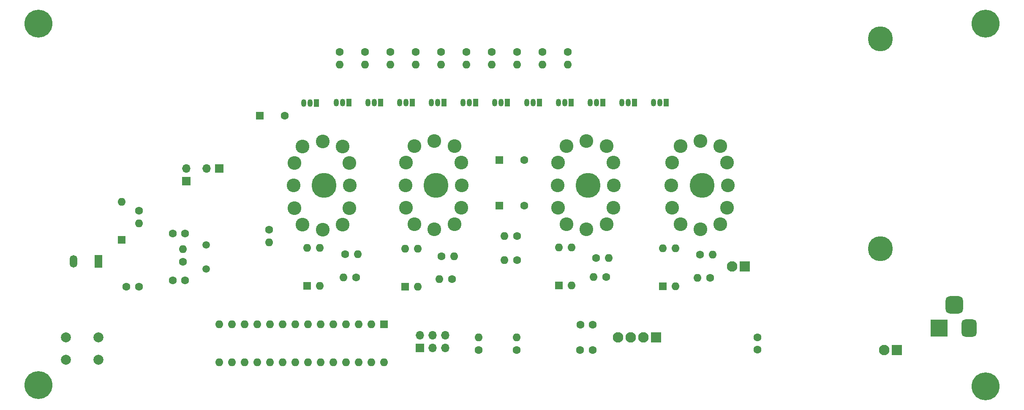
<source format=gbr>
%TF.GenerationSoftware,KiCad,Pcbnew,(6.0.10)*%
%TF.CreationDate,2023-02-17T13:49:40-08:00*%
%TF.ProjectId,nixie_clock,6e697869-655f-4636-9c6f-636b2e6b6963,1.5*%
%TF.SameCoordinates,Original*%
%TF.FileFunction,Soldermask,Bot*%
%TF.FilePolarity,Negative*%
%FSLAX46Y46*%
G04 Gerber Fmt 4.6, Leading zero omitted, Abs format (unit mm)*
G04 Created by KiCad (PCBNEW (6.0.10)) date 2023-02-17 13:49:40*
%MOMM*%
%LPD*%
G01*
G04 APERTURE LIST*
G04 Aperture macros list*
%AMRoundRect*
0 Rectangle with rounded corners*
0 $1 Rounding radius*
0 $2 $3 $4 $5 $6 $7 $8 $9 X,Y pos of 4 corners*
0 Add a 4 corners polygon primitive as box body*
4,1,4,$2,$3,$4,$5,$6,$7,$8,$9,$2,$3,0*
0 Add four circle primitives for the rounded corners*
1,1,$1+$1,$2,$3*
1,1,$1+$1,$4,$5*
1,1,$1+$1,$6,$7*
1,1,$1+$1,$8,$9*
0 Add four rect primitives between the rounded corners*
20,1,$1+$1,$2,$3,$4,$5,0*
20,1,$1+$1,$4,$5,$6,$7,0*
20,1,$1+$1,$6,$7,$8,$9,0*
20,1,$1+$1,$8,$9,$2,$3,0*%
G04 Aperture macros list end*
%ADD10C,2.000000*%
%ADD11R,1.050000X1.500000*%
%ADD12O,1.050000X1.500000*%
%ADD13C,5.000000*%
%ADD14C,2.743200*%
%ADD15R,1.700000X1.700000*%
%ADD16O,1.700000X1.700000*%
%ADD17C,1.500000*%
%ADD18C,1.600000*%
%ADD19O,1.600000X1.600000*%
%ADD20R,1.500000X2.500000*%
%ADD21O,1.500000X2.500000*%
%ADD22R,2.100000X2.100000*%
%ADD23C,2.100000*%
%ADD24R,1.600000X1.600000*%
%ADD25C,3.600000*%
%ADD26C,5.600000*%
%ADD27C,2.900000*%
%ADD28R,3.500000X3.500000*%
%ADD29RoundRect,0.750000X0.750000X1.000000X-0.750000X1.000000X-0.750000X-1.000000X0.750000X-1.000000X0*%
%ADD30RoundRect,0.875000X0.875000X0.875000X-0.875000X0.875000X-0.875000X-0.875000X0.875000X-0.875000X0*%
G04 APERTURE END LIST*
D10*
%TO.C,SW0*%
X68515564Y-126420000D03*
X62015564Y-126420000D03*
X68515564Y-121920000D03*
X62015564Y-121920000D03*
%TD*%
D11*
%TO.C,QC1*%
X150482671Y-74903210D03*
D12*
X149212671Y-74903210D03*
X147942671Y-74903210D03*
%TD*%
D13*
%TO.C,Min1*%
X166670414Y-91429763D03*
D14*
X171717914Y-95929763D03*
X162352914Y-99247263D03*
X160670414Y-95929763D03*
X160543414Y-91429763D03*
X160670414Y-86929763D03*
X162352914Y-83612263D03*
X166352914Y-82612263D03*
X170352914Y-83612263D03*
X171717914Y-86929763D03*
X171844914Y-91429763D03*
X170352914Y-99247263D03*
X166352914Y-100247263D03*
%TD*%
D15*
%TO.C,J5*%
X86166832Y-90624125D03*
D16*
X86166832Y-88084125D03*
%TD*%
D17*
%TO.C,Y0*%
X90147738Y-103380000D03*
X90147738Y-108260000D03*
%TD*%
D13*
%TO.C,Hour1*%
X113783296Y-91500956D03*
D14*
X118830796Y-96000956D03*
X109465796Y-99318456D03*
X107783296Y-96000956D03*
X107656296Y-91500956D03*
X107783296Y-87000956D03*
X109465796Y-83683456D03*
X113465796Y-82683456D03*
X117465796Y-83683456D03*
X118830796Y-87000956D03*
X118957796Y-91500956D03*
X117465796Y-99318456D03*
X113465796Y-100318456D03*
%TD*%
D18*
%TO.C,Rd0*%
X152438074Y-106470400D03*
D19*
X149898074Y-106470400D03*
%TD*%
D18*
%TO.C,R4*%
X137220414Y-64739763D03*
D19*
X137220414Y-67279763D03*
%TD*%
D18*
%TO.C,C3*%
X76640000Y-111760000D03*
X74140000Y-111760000D03*
%TD*%
D20*
%TO.C,C_Bat1*%
X68580000Y-106680000D03*
D21*
X63580000Y-106680000D03*
%TD*%
D22*
%TO.C,J3*%
X180340000Y-121920000D03*
D23*
X177800000Y-121920000D03*
X175260000Y-121920000D03*
X172720000Y-121920000D03*
%TD*%
D13*
%TO.C,Min0*%
X189490832Y-91429763D03*
D14*
X194538332Y-95929763D03*
X185173332Y-99247263D03*
X183490832Y-95929763D03*
X183363832Y-91429763D03*
X183490832Y-86929763D03*
X185173332Y-83612263D03*
X189173332Y-82612263D03*
X193173332Y-83612263D03*
X194538332Y-86929763D03*
X194665332Y-91429763D03*
X193173332Y-99247263D03*
X189173332Y-100247263D03*
%TD*%
D22*
%TO.C,J2*%
X198095634Y-107733126D03*
D23*
X195555634Y-107733126D03*
%TD*%
D24*
%TO.C,D1*%
X73236593Y-102414472D03*
D19*
X73236593Y-94794472D03*
%TD*%
D25*
%TO.C,REF\u002A\u002A*%
X56500000Y-131500000D03*
D26*
X56500000Y-131500000D03*
%TD*%
D18*
%TO.C,Rd1*%
X152458170Y-101642782D03*
D19*
X149918170Y-101642782D03*
%TD*%
D18*
%TO.C,R9*%
X162620414Y-64739763D03*
D19*
X162620414Y-67279763D03*
%TD*%
D11*
%TO.C,Q2*%
X131446238Y-74899763D03*
D12*
X130176238Y-74899763D03*
X128906238Y-74899763D03*
%TD*%
D18*
%TO.C,R0*%
X116900414Y-64739763D03*
D19*
X116900414Y-67279763D03*
%TD*%
D18*
%TO.C,C5*%
X165140000Y-119380000D03*
X167640000Y-119380000D03*
%TD*%
%TO.C,R2*%
X127060414Y-64739763D03*
D19*
X127060414Y-67279763D03*
%TD*%
D24*
%TO.C,UM1*%
X160803779Y-111516736D03*
D19*
X163343779Y-111516736D03*
X163343779Y-103896736D03*
X160803779Y-103896736D03*
%TD*%
D18*
%TO.C,CX1*%
X85934104Y-110534304D03*
X83434104Y-110534304D03*
%TD*%
D24*
%TO.C,NE1*%
X148890414Y-86349763D03*
D18*
X153890414Y-86349763D03*
%TD*%
D15*
%TO.C,J4*%
X92721963Y-88084125D03*
D16*
X90181963Y-88084125D03*
%TD*%
D15*
%TO.C,J6*%
X132955267Y-124084884D03*
D16*
X132955267Y-121544884D03*
X135495267Y-124084884D03*
X135495267Y-121544884D03*
X138035267Y-124084884D03*
X138035267Y-121544884D03*
%TD*%
D18*
%TO.C,Rd2*%
X120160247Y-109964681D03*
D19*
X117620247Y-109964681D03*
%TD*%
D11*
%TO.C,QPM1*%
X112199964Y-74954145D03*
D12*
X110929964Y-74954145D03*
X109659964Y-74954145D03*
%TD*%
D18*
%TO.C,RPM1*%
X102749270Y-100346610D03*
D19*
X102749270Y-102886610D03*
%TD*%
D11*
%TO.C,Q5*%
X156891882Y-74903167D03*
D12*
X155621882Y-74903167D03*
X154351882Y-74903167D03*
%TD*%
D24*
%TO.C,UM0*%
X181665414Y-111719763D03*
D19*
X184205414Y-111719763D03*
X184205414Y-104099763D03*
X181665414Y-104099763D03*
%TD*%
D24*
%TO.C,NE2*%
X148897390Y-95502263D03*
D18*
X153897390Y-95502263D03*
%TD*%
D11*
%TO.C,Q9*%
X182291882Y-74903167D03*
D12*
X181021882Y-74903167D03*
X179751882Y-74903167D03*
%TD*%
D18*
%TO.C,Rda1*%
X152400000Y-124460000D03*
D19*
X152400000Y-121920000D03*
%TD*%
D11*
%TO.C,Q4*%
X144146238Y-74899763D03*
D12*
X142876238Y-74899763D03*
X141606238Y-74899763D03*
%TD*%
D25*
%TO.C,REF\u002A\u002A*%
X56500000Y-59000000D03*
D26*
X56500000Y-59000000D03*
%TD*%
D27*
%TO.C,REF\u002A\u002A*%
X225235825Y-104140000D03*
D13*
X225235825Y-104140000D03*
%TD*%
D18*
%TO.C,R3*%
X132140414Y-64739763D03*
D19*
X132140414Y-67279763D03*
%TD*%
D18*
%TO.C,R6*%
X147380414Y-64739763D03*
D19*
X147380414Y-67279763D03*
%TD*%
D18*
%TO.C,R5*%
X142300414Y-64739763D03*
D19*
X142300414Y-67279763D03*
%TD*%
D24*
%TO.C,U1*%
X125780414Y-119359763D03*
D19*
X123240414Y-119359763D03*
X120700414Y-119359763D03*
X118160414Y-119359763D03*
X115620414Y-119359763D03*
X113080414Y-119359763D03*
X110540414Y-119359763D03*
X108000414Y-119359763D03*
X105460414Y-119359763D03*
X102920414Y-119359763D03*
X100380414Y-119359763D03*
X97840414Y-119359763D03*
X95300414Y-119359763D03*
X92760414Y-119359763D03*
X92760414Y-126979763D03*
X95300414Y-126979763D03*
X97840414Y-126979763D03*
X100380414Y-126979763D03*
X102920414Y-126979763D03*
X105460414Y-126979763D03*
X108000414Y-126979763D03*
X110540414Y-126979763D03*
X113080414Y-126979763D03*
X115620414Y-126979763D03*
X118160414Y-126979763D03*
X120700414Y-126979763D03*
X123240414Y-126979763D03*
X125780414Y-126979763D03*
%TD*%
D18*
%TO.C,Rch1*%
X76640000Y-96520000D03*
D19*
X76640000Y-99060000D03*
%TD*%
D18*
%TO.C,Rc1*%
X139404516Y-110249303D03*
D19*
X136864516Y-110249303D03*
%TD*%
D13*
%TO.C,Hour0*%
X136190414Y-91429763D03*
D14*
X141237914Y-95929763D03*
X131872914Y-99247263D03*
X130190414Y-95929763D03*
X130063414Y-91429763D03*
X130190414Y-86929763D03*
X131872914Y-83612263D03*
X135872914Y-82612263D03*
X139872914Y-83612263D03*
X141237914Y-86929763D03*
X141364914Y-91429763D03*
X139872914Y-99247263D03*
X135872914Y-100247263D03*
%TD*%
D18*
%TO.C,R7*%
X152460414Y-64739763D03*
D19*
X152460414Y-67279763D03*
%TD*%
D18*
%TO.C,R8*%
X157540414Y-64739763D03*
D19*
X157540414Y-67279763D03*
%TD*%
D25*
%TO.C,REF\u002A\u002A*%
X246380000Y-131750000D03*
D26*
X246380000Y-131750000D03*
%TD*%
D11*
%TO.C,Q3*%
X137796238Y-74899763D03*
D12*
X136526238Y-74899763D03*
X135256238Y-74899763D03*
%TD*%
D18*
%TO.C,RH0*%
X137314654Y-105729170D03*
D19*
X139854654Y-105729170D03*
%TD*%
D24*
%TO.C,UH0*%
X130015414Y-111749763D03*
D19*
X132555414Y-111749763D03*
X132555414Y-104129763D03*
X130015414Y-104129763D03*
%TD*%
D25*
%TO.C,REF\u002A\u002A*%
X246380000Y-59000000D03*
D26*
X246380000Y-59000000D03*
%TD*%
D18*
%TO.C,CX0*%
X85937995Y-101081412D03*
X83437995Y-101081412D03*
%TD*%
D11*
%TO.C,Q6*%
X163241882Y-74903167D03*
D12*
X161971882Y-74903167D03*
X160701882Y-74903167D03*
%TD*%
D11*
%TO.C,Q8*%
X175941882Y-74903167D03*
D12*
X174671882Y-74903167D03*
X173401882Y-74903167D03*
%TD*%
D11*
%TO.C,Q1*%
X125096238Y-74899763D03*
D12*
X123826238Y-74899763D03*
X122556238Y-74899763D03*
%TD*%
D18*
%TO.C,R1*%
X121980414Y-64739763D03*
D19*
X121980414Y-67279763D03*
%TD*%
D18*
%TO.C,Ra1*%
X191176987Y-109980089D03*
D19*
X188636987Y-109980089D03*
%TD*%
D18*
%TO.C,RM1*%
X168269562Y-106018785D03*
D19*
X170809562Y-106018785D03*
%TD*%
D18*
%TO.C,Rx1*%
X85440968Y-106800509D03*
D19*
X85440968Y-104260509D03*
%TD*%
D27*
%TO.C,REF\u002A\u002A*%
X225235825Y-62105302D03*
D13*
X225235825Y-62105302D03*
%TD*%
D24*
%TO.C,NE3*%
X100897945Y-77467146D03*
D18*
X105897945Y-77467146D03*
%TD*%
D28*
%TO.C,J0*%
X237068212Y-120123855D03*
D29*
X243068212Y-120123855D03*
D30*
X240068212Y-115423855D03*
%TD*%
D24*
%TO.C,UH1*%
X110374288Y-111601137D03*
D19*
X112914288Y-111601137D03*
X112914288Y-103981137D03*
X110374288Y-103981137D03*
%TD*%
D18*
%TO.C,Rcl1*%
X144780000Y-124460000D03*
D19*
X144780000Y-121920000D03*
%TD*%
D11*
%TO.C,Q7*%
X169591882Y-74903167D03*
D12*
X168321882Y-74903167D03*
X167051882Y-74903167D03*
%TD*%
D22*
%TO.C,J1*%
X228600000Y-124460000D03*
D23*
X226060000Y-124460000D03*
%TD*%
D18*
%TO.C,RH1*%
X118019288Y-105261137D03*
D19*
X120559288Y-105261137D03*
%TD*%
D18*
%TO.C,RM0*%
X189145758Y-105379763D03*
D19*
X191685758Y-105379763D03*
%TD*%
D18*
%TO.C,Rb1*%
X170289132Y-109836694D03*
D19*
X167749132Y-109836694D03*
%TD*%
D18*
%TO.C,C4*%
X165100000Y-124460000D03*
X167600000Y-124460000D03*
%TD*%
%TO.C,C2*%
X200660000Y-121920000D03*
X200660000Y-124420000D03*
%TD*%
D11*
%TO.C,Q0*%
X118746238Y-74899763D03*
D12*
X117476238Y-74899763D03*
X116206238Y-74899763D03*
%TD*%
M02*

</source>
